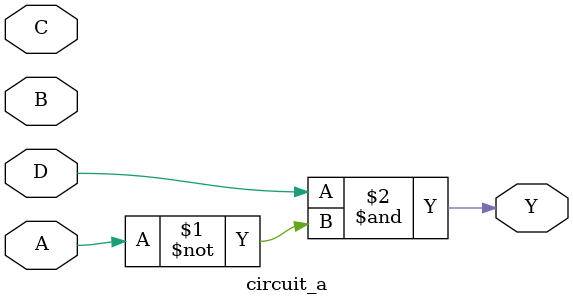
<source format=v>
module circuit_a(
    input A, B, C, D,
    output Y
);

assign Y = D & ~A;// Enter logic equation here

endmodule

</source>
